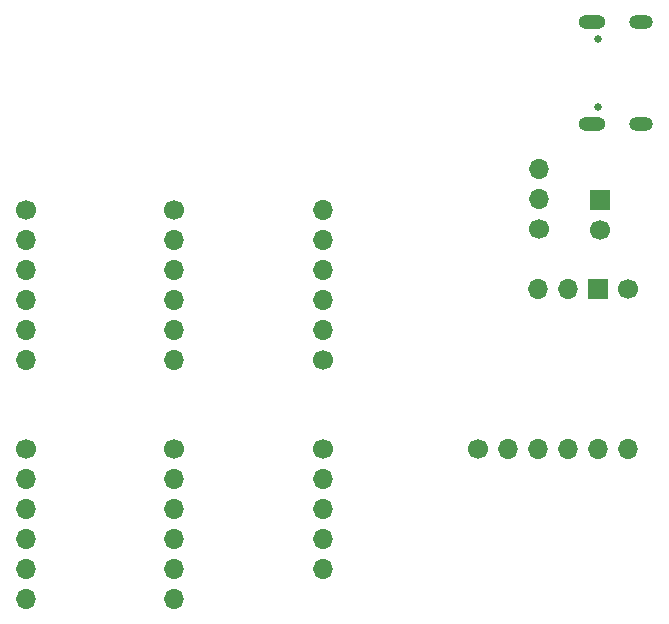
<source format=gbs>
G04 #@! TF.GenerationSoftware,KiCad,Pcbnew,8.0.3*
G04 #@! TF.CreationDate,2024-08-20T17:09:34+02:00*
G04 #@! TF.ProjectId,MDBT50Q-breakout,4d444254-3530-4512-9d62-7265616b6f75,rev?*
G04 #@! TF.SameCoordinates,Original*
G04 #@! TF.FileFunction,Soldermask,Bot*
G04 #@! TF.FilePolarity,Negative*
%FSLAX46Y46*%
G04 Gerber Fmt 4.6, Leading zero omitted, Abs format (unit mm)*
G04 Created by KiCad (PCBNEW 8.0.3) date 2024-08-20 17:09:34*
%MOMM*%
%LPD*%
G01*
G04 APERTURE LIST*
%ADD10C,0.650000*%
%ADD11O,2.304000X1.204000*%
%ADD12O,2.004000X1.204000*%
%ADD13C,1.700000*%
%ADD14O,1.700000X1.700000*%
%ADD15R,1.700000X1.700000*%
G04 APERTURE END LIST*
D10*
X106295000Y-103990000D03*
X106295000Y-98210000D03*
D11*
X105795000Y-105420000D03*
X105795000Y-96780000D03*
D12*
X109975000Y-105420000D03*
X109975000Y-96780000D03*
D13*
X83015000Y-125415000D03*
D14*
X83015000Y-122875000D03*
X83015000Y-120335000D03*
X83015000Y-117795000D03*
X83015000Y-115255000D03*
X83015000Y-112715000D03*
D13*
X70470000Y-132970000D03*
D14*
X70470000Y-135510000D03*
X70470000Y-138050000D03*
X70470000Y-140590000D03*
X70470000Y-143130000D03*
X70470000Y-145670000D03*
D13*
X106500000Y-114410000D03*
D15*
X106500000Y-111870000D03*
D13*
X57900000Y-132970000D03*
D14*
X57900000Y-135510000D03*
X57900000Y-138050000D03*
X57900000Y-140590000D03*
X57900000Y-143130000D03*
X57900000Y-145670000D03*
D13*
X101300000Y-114375000D03*
D14*
X101300000Y-111835000D03*
X101300000Y-109295000D03*
D13*
X83080000Y-132980000D03*
D14*
X83080000Y-135520000D03*
X83080000Y-138060000D03*
X83080000Y-140600000D03*
X83080000Y-143140000D03*
D13*
X57910000Y-112740000D03*
D14*
X57910000Y-115280000D03*
X57910000Y-117820000D03*
X57910000Y-120360000D03*
X57910000Y-122900000D03*
X57910000Y-125440000D03*
D13*
X70470000Y-112727500D03*
D14*
X70470000Y-115267500D03*
X70470000Y-117807500D03*
X70470000Y-120347500D03*
X70470000Y-122887500D03*
X70470000Y-125427500D03*
D13*
X96140000Y-132975000D03*
D14*
X98680000Y-132975000D03*
X101220000Y-132975000D03*
X103760000Y-132975000D03*
X106300000Y-132975000D03*
X108840000Y-132975000D03*
D13*
X108850000Y-119400000D03*
D15*
X106310000Y-119400000D03*
D14*
X103770000Y-119400000D03*
X101230000Y-119400000D03*
M02*

</source>
